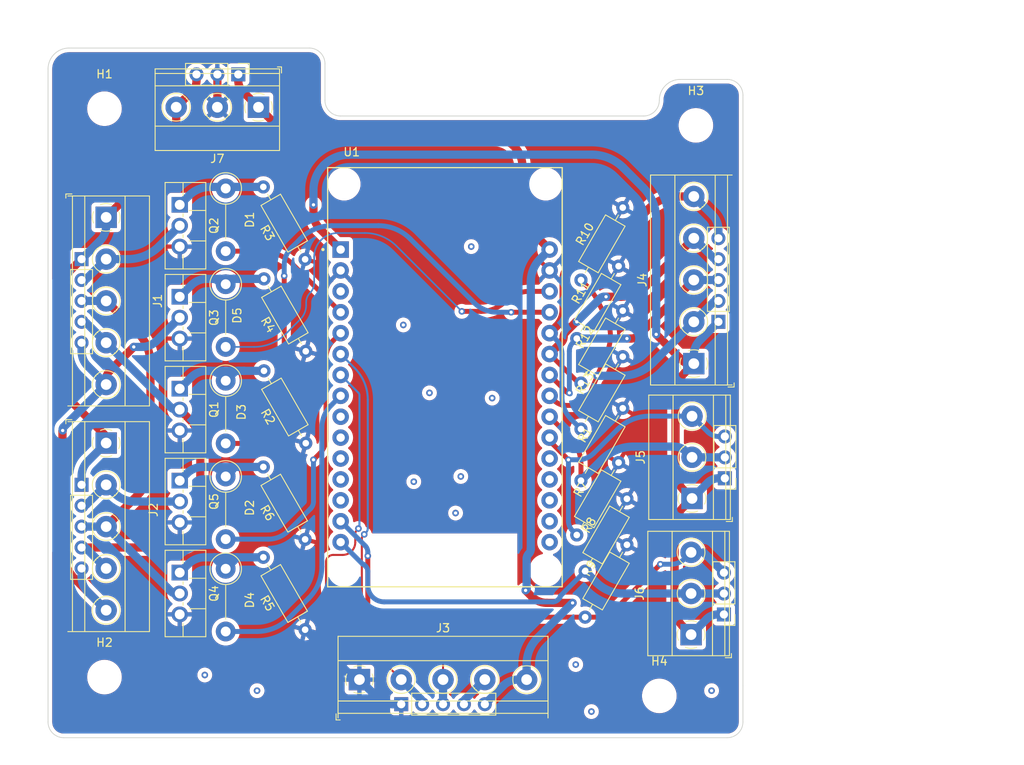
<source format=kicad_pcb>
(kicad_pcb (version 20211014) (generator pcbnew)
  (layers (0 "F.Cu" signal) (31 "B.Cu" signal) (34 "B.Paste" user) (35 "F.Paste" user) (36 "B.SilkS" user "B.Silkscreen") (37 "F.SilkS" user "F.Silkscreen") (38 "B.Mask" user) (39 "F.Mask" user) (44 "Edge.Cuts" user))
  (net 0 "")
  (net 1 "Net-(D1-Pad1)")
  (net 2 "/m_Red_1")
  (net 3 "Net-(D2-Pad1)")
  (net 4 "/m_Red_2")
  (net 5 "Net-(D3-Pad1)")
  (net 6 "/m_Green")
  (net 7 "Net-(D4-Pad1)")
  (net 8 "/m_Yellow")
  (net 9 "Net-(D5-Pad1)")
  (net 10 "/m_Horn")
  (net 11 "+12V")
  (net 12 "/s_Red_1")
  (net 13 "/s_Yellow")
  (net 14 "/s_Green")
  (net 15 "/s_Horn")
  (net 16 "/s_Red_2")
  (net 17 "GND")
  (net 18 "/Dis_Serial_Tx")
  (net 19 "/Dis_serial_Rx")
  (net 20 "unconnected-(J3-Pad4)")
  (net 21 "+5V")
  (net 22 "+3V3")
  (net 23 "/G_Start")
  (net 24 "/G_Pause")
  (net 25 "/G_End")
  (net 26 "/G_Reset")
  (net 27 "/T_B_Start")
  (net 28 "/T_B_End")
  (net 29 "/T_A_Start")
  (net 30 "/T_A_End")
  (footprint "Resistor_THT:R_Axial_DIN0411_L9.9mm_D3.6mm_P7.62mm_Vertical" (layer "F.Cu") (at 45.72 89.962 -90)
    (fp_text reference "D3")
    (fp_text value "gLED")
  )
  (footprint "Resistor_THT:R_Axial_DIN0207_L6.3mm_D2.5mm_P10.16mm_Horizontal" (layer "F.Cu") (at 55.452 86.382611 120)
    (fp_text reference "R4")
    (fp_text value "330")
  )
  (footprint "Resistor_THT:R_Axial_DIN0207_L6.3mm_D2.5mm_P10.16mm_Horizontal" (layer "F.Cu") (at 88.392 108.712 60)
    (fp_text reference "R7")
    (fp_text value "10k")
  )
  (footprint "Package_TO_SOT_THT:TO-220F-3_Vertical" (layer "F.Cu") (at 40.132 68.58 -90)
    (fp_text reference "Q2")
    (fp_text value "IRLIZ44N")
  )
  (footprint "Package_TO_SOT_THT:TO-220F-3_Vertical" (layer "F.Cu") (at 40.132 102.108 -90)
    (fp_text reference "Q5")
    (fp_text value "IRLIZ44N")
  )
  (footprint "Resistor_THT:R_Axial_DIN0207_L6.3mm_D2.5mm_P10.16mm_Horizontal" (layer "F.Cu") (at 88.392 84.836 60)
    (fp_text reference "R11")
    (fp_text value "10k")
  )
  (footprint "Resistor_THT:R_Axial_DIN0207_L6.3mm_D2.5mm_P10.16mm_Horizontal" (layer "F.Cu") (at 55.372 120.223409 120)
    (fp_text reference "R5")
    (fp_text value "330")
  )
  (footprint "Resistor_THT:R_Axial_DIN0411_L9.9mm_D3.6mm_P7.62mm_Vertical" (layer "F.Cu") (at 45.72 101.6 -90)
    (fp_text reference "D2")
    (fp_text value "rLED")
  )
  (footprint "MountingHole:MountingHole_3.2mm_M3" (layer "F.Cu") (at 98.425 128.27)
    (fp_text reference "H4")
    (fp_text value "MountingHole")
  )
  (footprint "footprints:5pin_5mmpitch_plus_2.54_combo" (layer "F.Cu") (at 31.191 70.104 -90)
    (fp_text reference "J1")
    (fp_text value "5Pin_5mm_plus_2.54_pin")
  )
  (footprint "footprints:3pin_5mmpitch_plus_2.54mm" (layer "F.Cu") (at 102.2849 120.824 90)
    (fp_text reference "J6")
    (fp_text value "3Pin_5mm_plus_2.54_pin")
  )
  (footprint "Resistor_THT:R_Axial_DIN0207_L6.3mm_D2.5mm_P10.16mm_Horizontal" (layer "F.Cu") (at 89.408 113.111409 60)
    (fp_text reference "R8")
    (fp_text value "10k")
  )
  (footprint "Resistor_THT:R_Axial_DIN0207_L6.3mm_D2.5mm_P10.16mm_Horizontal" (layer "F.Cu") (at 89.408 118.699409 60)
    (fp_text reference "R9")
    (fp_text value "10k")
  )
  (footprint "footprints:5pin_5mmpitch_plus_2.54_combo" (layer "F.Cu") (at 102.616 87.884 90)
    (fp_text reference "J4")
    (fp_text value "5Pin_5mm_plus_2.54_pin")
  )
  (footprint "footprints:5pin_5mmpitch_plus_2.54_combo" (layer "F.Cu") (at 31.191 97.536 -90)
    (fp_text reference "J2")
    (fp_text value "5Pin_5mm_plus_2.54_pin")
  )
  (footprint "Resistor_THT:R_Axial_DIN0207_L6.3mm_D2.5mm_P10.16mm_Horizontal" (layer "F.Cu") (at 88.9 102.108 60)
    (fp_text reference "R1")
    (fp_text value "10k")
  )
  (footprint "Resistor_THT:R_Axial_DIN0207_L6.3mm_D2.5mm_P10.16mm_Horizontal" (layer "F.Cu") (at 55.372 75.206611 120)
    (fp_text reference "R3")
    (fp_text value "330")
  )
  (footprint "Resistor_THT:R_Axial_DIN0207_L6.3mm_D2.5mm_P10.16mm_Horizontal" (layer "F.Cu") (at 88.9 77.724 60)
    (fp_text reference "R10")
    (fp_text value "10k")
  )
  (footprint "Package_TO_SOT_THT:TO-220F-3_Vertical" (layer "F.Cu") (at 40.132 90.932 -90)
    (fp_text reference "Q1")
    (fp_text value "IRLIZ44N")
  )
  (footprint "Package_TO_SOT_THT:TO-220F-3_Vertical" (layer "F.Cu") (at 40.132 113.284 -90)
    (fp_text reference "Q4")
    (fp_text value "IRLIZ44N")
  )
  (footprint "Resistor_THT:R_Axial_DIN0207_L6.3mm_D2.5mm_P10.16mm_Horizontal" (layer "F.Cu") (at 88.9 90.251409 60)
    (fp_text reference "R12")
    (fp_text value "10k")
  )
  (footprint "Resistor_THT:R_Axial_DIN0411_L9.9mm_D3.6mm_P7.62mm_Vertical" (layer "F.Cu") (at 45.72 78.232 -90)
    (fp_text reference "D5")
    (fp_text value "LED")
  )
  (footprint "MountingHole:MountingHole_3.2mm_M3" (layer "F.Cu") (at 30.988 125.984)
    (fp_text reference "H2")
    (fp_text value "MountingHole")
  )
  (footprint "Resistor_THT:R_Axial_DIN0207_L6.3mm_D2.5mm_P10.16mm_Horizontal" (layer "F.Cu") (at 55.372 109.242611 120)
    (fp_text reference "R6")
    (fp_text value "330")
  )
  (footprint "Package_TO_SOT_THT:TO-220F-3_Vertical" (layer "F.Cu") (at 40.132 79.756 -90)
    (fp_text reference "Q3")
    (fp_text value "IRLIZ44N")
  )
  (footprint "Resistor_THT:R_Axial_DIN0207_L6.3mm_D2.5mm_P10.16mm_Horizontal" (layer "F.Cu") (at 88.9 95.839409 60)
    (fp_text reference "R13")
    (fp_text value "10k")
  )
  (footprint "footprints:3pin_5mmpitch_plus_2.54mm" (layer "F.Cu") (at 49.704 56.7191 180)
    (fp_text reference "J7")
    (fp_text value "3Pin_5mm_plus_2.54_pin")
  )
  (footprint "Resistor_THT:R_Axial_DIN0411_L9.9mm_D3.6mm_P7.62mm_Vertical" (layer "F.Cu") (at 45.72 112.822 -90)
    (fp_text reference "D4")
    (fp_text value "yLED")
  )
  (footprint "MountingHole:MountingHole_3.2mm_M3" (layer "F.Cu") (at 102.87 58.928)
    (fp_text reference "H3")
    (fp_text value "MountingHole")
  )
  (footprint "Resistor_THT:R_Axial_DIN0207_L6.3mm_D2.5mm_P10.16mm_Horizontal" (layer "F.Cu") (at 55.452 97.558611 120)
    (fp_text reference "R2")
    (fp_text value "330")
  )
  (footprint "MountingHole:MountingHole_3.2mm_M3" (layer "F.Cu") (at 30.988 56.896)
    (fp_text reference "H1")
    (fp_text value "MountingHole")
  )
  (footprint "footprints:5pin_5mmpitch_plus_2.54_combo" (layer "F.Cu") (at 61.976 126.289)
    (fp_text reference "J3")
    (fp_text value "5Pin_5mm_plus_2.54_pin")
  )
  (footprint "footprints:3pin_5mmpitch_plus_2.54mm" (layer "F.Cu") (at 102.3987 104.2707 90)
    (fp_text reference "J5")
    (fp_text value "3Pin_5mm_plus_2.54_pin")
  )
  (footprint "Resistor_THT:R_Axial_DIN0411_L9.9mm_D3.6mm_P7.62mm_Vertical" (layer "F.Cu") (at 45.72 66.594 -90)
    (fp_text reference "D1")
    (fp_text value "rLED")
  )
  (footprint "ESP32DK1:MODULE_ESP32_DEVKIT_V1" (layer "F.Cu") (at 72.39 89.535)
    (fp_text reference "U1")
    (fp_text value "ESP32-DEVKIT-V1")
  )
  (gr_line (start 59.69 57.785) (end 96.52 57.785) (layer "Edge.Cuts") (width 0.1))
  (gr_line (start 108.585 127) (end 108.585 131.445) (layer "Edge.Cuts") (width 0.1))
  (gr_arc (start 108.585 131.445) (mid 108.027038 132.792038) (end 106.68 133.35) (layer "Edge.Cuts") (width 0.1))
  (gr_arc (start 98.425 55.88) (mid 99.168949 54.083949) (end 100.965 53.34) (layer "Edge.Cuts") (width 0.1))
  (gr_arc (start 55.88 49.53) (mid 57.227038 50.087962) (end 57.785 51.435) (layer "Edge.Cuts") (width 0.1))
  (gr_line (start 106.68 133.35) (end 26.035 133.35) (layer "Edge.Cuts") (width 0.1))
  (gr_line (start 26.67 49.53) (end 55.88 49.53) (layer "Edge.Cuts") (width 0.1))
  (gr_arc (start 24.13 52.07) (mid 24.873949 50.273949) (end 26.67 49.53) (layer "Edge.Cuts") (width 0.1))
  (gr_line (start 57.785 51.435) (end 57.785 55.88) (layer "Edge.Cuts") (width 0.1))
  (gr_line (start 24.13 131.445) (end 24.13 52.07) (layer "Edge.Cuts") (width 0.1))
  (gr_arc (start 106.68 53.34) (mid 108.027038 53.897962) (end 108.585 55.245) (layer "Edge.Cuts") (width 0.1))
  (gr_line (start 108.585 55.245) (end 108.585 127) (layer "Edge.Cuts") (width 0.1))
  (gr_arc (start 26.035 133.35) (mid 24.687962 132.792038) (end 24.13 131.445) (layer "Edge.Cuts") (width 0.1))
  (gr_arc (start 59.69 57.785) (mid 58.342962 57.227038) (end 57.785 55.88) (layer "Edge.Cuts") (width 0.1))
  (gr_line (start 100.965 53.34) (end 106.68 53.34) (layer "Edge.Cuts") (width 0.1))
  (gr_arc (start 98.425 55.88) (mid 97.867038 57.227038) (end 96.52 57.785) (layer "Edge.Cuts") (width 0.1))
  (via (at 78.105 92.075) (size 0.8) (drill 0.4) (layers "F.Cu" "B.Cu") (net 0))
  (via (at 43.18 125.73) (size 0.8) (drill 0.4) (layers "F.Cu" "B.Cu") (net 0))
  (via (at 68.58 102.235) (size 0.8) (drill 0.4) (layers "F.Cu" "B.Cu") (net 0))
  (via (at 70.485 91.44) (size 0.8) (drill 0.4) (layers "F.Cu" "B.Cu") (net 0))
  (via (at 90.17 130.175) (size 0.8) (drill 0.4) (layers "F.Cu" "B.Cu") (net 0))
  (via (at 49.53 127.635) (size 0.8) (drill 0.4) (layers "F.Cu" "B.Cu") (net 0))
  (via (at 88.265 124.46) (size 0.8) (drill 0.4) (layers "F.Cu" "B.Cu") (net 0))
  (via (at 67.31 83.185) (size 0.8) (drill 0.4) (layers "F.Cu" "B.Cu") (net 0))
  (via (at 74.295 101.6) (size 0.8) (drill 0.4) (layers "F.Cu" "B.Cu") (net 0))
  (via (at 75.565 73.66) (size 0.8) (drill 0.4) (layers "F.Cu" "B.Cu") (net 0))
  (via (at 104.775 127.635) (size 0.8) (drill 0.4) (layers "F.Cu" "B.Cu") (net 0))
  (via (at 73.66 106.045) (size 0.8) (drill 0.4) (layers "F.Cu" "B.Cu") (net 0))
  (segment (start 46.464124 66.407793) (end 45.483875 66.407793) (width 1) (layer "B.Cu") (net 1))
  (segment (start 41.226576 67.485423) (end 40.132 68.58) (width 1) (layer "B.Cu") (net 1))
  (segment (start 45.810793 66.594) (end 46.277917 66.594) (width 1) (layer "B.Cu") (net 1))
  (segment (start 45.474213 66.529799) (end 45.44531 66.500896) (width 1) (layer "B.Cu") (net 1))
  (segment (start 45.810793 66.594) (end 45.629207 66.594) (width 1) (layer "B.Cu") (net 1))
  (segment (start 43.828207 66.407793) (end 45.220538 66.407793) (width 1) (layer "B.Cu") (net 1))
  (segment (start 45.220538 66.407793) (end 45.483875 66.407793) (width 1) (layer "B.Cu") (net 1))
  (segment (start 46.727461 66.407793) (end 50.292 66.407793) (width 1) (layer "B.Cu") (net 1))
  (segment (start 46.464124 66.407793) (end 46.727461 66.407793) (width 1) (layer "B.Cu") (net 1))
  (arc (start 46.502689 66.500896) (mid 46.399563 66.569803) (end 46.277917 66.594) (width 1) (layer "B.Cu") (net 1))
  (arc (start 45.44531 66.500896) (mid 45.342184 66.431989) (end 45.220538 66.407793) (width 1) (layer "B.Cu") (net 1))
  (arc (start 46.727461 66.407793) (mid 46.605815 66.431989) (end 46.502689 66.500896) (width 1) (layer "B.Cu") (net 1))
  (arc (start 45.474213 66.529799) (mid 45.545325 66.577314) (end 45.629207 66.594) (width 1) (layer "B.Cu") (net 1))
  (arc (start 45.483875 66.407793) (mid 45.433487 66.44146) (end 45.44531 66.500896) (width 1) (layer "B.Cu") (net 1))
  (arc (start 46.502689 66.500896) (mid 46.514511 66.44146) (end 46.464124 66.407793) (width 1) (layer "B.Cu") (net 1))
  (arc (start 43.828207 66.407793) (mid 42.420214 66.687859) (end 41.226576 67.485423) (width 1) (layer "B.Cu") (net 1))
  (segment (start 53.857792 75.807792) (end 59.69 81.64) (width 0.6) (layer "F.Cu") (net 2))
  (segment (start 50.010036 74.214) (end 45.72 74.214) (width 0.6) (layer "F.Cu") (net 2))
  (arc (start 53.857792 75.807792) (mid 52.092426 74.628213) (end 50.010036 74.214) (width 0.6) (layer "F.Cu") (net 2))
  (segment (start 43.801793 100.443793) (end 44.309793 100.443793) (width 1) (layer "B.Cu") (net 3))
  (segment (start 46.157896 101.162103) (end 46.496651 100.823348) (width 1) (layer "B.Cu") (net 3))
  (segment (start 45.282103 101.162103) (end 44.743398 100.623398) (width 1) (layer "B.Cu") (net 3))
  (segment (start 46.736 100.443793) (end 50.292 100.443793) (width 1) (layer "B.Cu") (net 3))
  (segment (start 40.997322 101.242677) (end 40.132 102.108) (width 1) (layer "B.Cu") (net 3))
  (segment (start 44.309793 100.443793) (end 46.455586 100.443793) (width 1) (layer "B.Cu") (net 3))
  (segment (start 42.926 100.443793) (end 43.801793 100.443793) (width 1) (layer "B.Cu") (net 3))
  (segment (start 44.309793 100.443793) (end 43.801793 100.443793) (width 1) (layer "B.Cu") (net 3))
  (segment (start 46.455586 100.443793) (end 46.736 100.443793) (width 1) (layer "B.Cu") (net 3))
  (arc (start 44.309793 100.443793) (mid 44.309793 100.443793) (end 44.309793 100.443793) (width 1) (layer "B.Cu") (net 3))
  (arc (start 44.743398 100.623398) (mid 44.544458 100.49047) (end 44.309793 100.443793) (width 1) (layer "B.Cu") (net 3))
  (arc (start 42.926 100.443793) (mid 41.882207 100.651416) (end 40.997322 101.242677) (width 1) (layer "B.Cu") (net 3))
  (arc (start 46.736 100.443793) (mid 46.636858 100.484858) (end 46.595793 100.584) (width 1) (layer "B.Cu") (net 3))
  (arc (start 46.595793 100.584) (mid 46.554727 100.484858) (end 46.455586 100.443793) (width 1) (layer "B.Cu") (net 3))
  (arc (start 46.595793 100.584) (mid 46.570026 100.713534) (end 46.496651 100.823348) (width 1) (layer "B.Cu") (net 3))
  (arc (start 45.282103 101.162103) (mid 45.719999 101.343485) (end 46.157896 101.162103) (width 1) (layer "B.Cu") (net 3))
  (segment (start 58.801 85.069) (end 59.69 84.18) (width 0.6) (layer "F.Cu") (net 4))
  (segment (start 57.912 96.966369) (end 57.912 87.215235) (width 0.6) (layer "F.Cu") (net 4))
  (segment (start 57.15 98.806) (end 56.388 99.568) (width 0.6) (layer "F.Cu") (net 4))
  (via (at 56.388 99.568) (size 0.8) (drill 0.4) (layers "F.Cu" "B.Cu") (net 4))
  (arc (start 57.912 96.966369) (mid 57.713962 97.96197) (end 57.15 98.806) (width 0.6) (layer "F.Cu") (net 4))
  (arc (start 58.801 85.069) (mid 58.143043 86.053701) (end 57.912 87.215235) (width 0.6) (layer "F.Cu") (net 4))
  (segment (start 56.388 99.568) (end 56.388 103.632) (width 0.6) (layer "B.Cu") (net 4))
  (segment (start 56.028789 105.51521) (end 55.372 106.172) (width 0.6) (layer "B.Cu") (net 4))
  (segment (start 56.388 103.632) (end 56.388 104.648) (width 0.6) (layer "B.Cu") (net 4))
  (segment (start 55.372 106.172) (end 53.34 108.204) (width 0.6) (layer "B.Cu") (net 4))
  (segment (start 50.887159 109.22) (end 45.72 109.22) (width 0.6) (layer "B.Cu") (net 4))
  (arc (start 53.34 108.204) (mid 52.214626 108.95595) (end 50.887159 109.22) (width 0.6) (layer "B.Cu") (net 4))
  (arc (start 56.388 104.648) (mid 56.294644 105.11733) (end 56.028789 105.51521) (width 0.6) (layer "B.Cu") (net 4))
  (segment (start 43.746231 88.759793) (end 45.381354 88.759793) (width 1) (layer "B.Cu") (net 5))
  (segment (start 47.956586 88.759793) (end 50.372 88.759793) (width 1) (layer "B.Cu") (net 5))
  (segment (start 45.703736 89.899736) (end 45.141896 89.337896) (width 1) (layer "B.Cu") (net 5))
  (segment (start 45.736263 89.945736) (end 46.678401 89.003598) (width 1) (layer "B.Cu") (net 5))
  (segment (start 41.505322 89.558677) (end 40.132 90.932) (width 1) (layer "B.Cu") (net 5))
  (segment (start 43.434 88.759793) (end 43.746231 88.759793) (width 1) (layer "B.Cu") (net 5))
  (segment (start 47.956586 88.759793) (end 47.267 88.759793) (width 1) (layer "B.Cu") (net 5))
  (segment (start 47.267 88.759793) (end 47.956586 88.759793) (width 1) (layer "B.Cu") (net 5))
  (segment (start 47.267 88.759793) (end 45.381354 88.759793) (width 1) (layer "B.Cu") (net 5))
  (arc (start 47.267 88.759793) (mid 46.948452 88.823155) (end 46.678401 89.003598) (width 1) (layer "B.Cu") (net 5))
  (arc (start 45.381354 88.759793) (mid 45.068486 88.968844) (end 45.141896 89.337896) (width 1) (layer "B.Cu") (net 5))
  (arc (start 45.141896 89.337896) (mid 44.501559 88.910037) (end 43.746231 88.759793) (width 1) (layer "B.Cu") (net 5))
  (arc (start 43.434 88.759793) (mid 42.390207 88.967416) (end 41.505322 89.558677) (width 1) (layer "B.Cu") (net 5))
  (arc (start 47.267 88.759793) (mid 47.267 88.759793) (end 47.267 88.759793) (width 1) (layer "B.Cu") (net 5))
  (arc (start 45.72 89.939) (mid 45.72588 89.947801) (end 45.736263 89.945736) (width 1) (layer "B.Cu") (net 5))
  (arc (start 45.703736 89.899736) (mid 45.715773 89.91775) (end 45.72 89.939) (width 1) (layer "B.Cu") (net 5))
  (segment (start 52.832 77.216) (end 52.832 95.769052) (width 0.6) (layer "F.Cu") (net 6))
  (segment (start 51.019052 97.582) (end 45.72 97.582) (width 0.6) (layer "F.Cu") (net 6))
  (segment (start 80.412 81.64) (end 85.09 81.64) (width 0.6) (layer "F.Cu") (net 6))
  (via (at 52.832 77.216) (size 0.8) (drill 0.4) (layers "F.Cu" "B.Cu") (net 6))
  (via (at 80.412 81.64) (size 0.8) (drill 0.4) (layers "F.Cu" "B.Cu") (net 6))
  (arc (start 52.832 95.769052) (mid 52.693997 96.462837) (end 52.301 97.051) (width 0.6) (layer "F.Cu") (net 6))
  (arc (start 52.301 97.051) (mid 51.712837 97.443997) (end 51.019052 97.582) (width 0.6) (layer "F.Cu") (net 6))
  (segment (start 52.832 77.216) (end 52.832 75.946) (width 0.6) (layer "B.Cu") (net 6))
  (segment (start 75.885717 80.457717) (end 68.141792 72.713792) (width 0.6) (layer "B.Cu") (net 6))
  (segment (start 78.74 81.64) (end 80.412 81.64) (width 0.6) (layer "B.Cu") (net 6))
  (segment (start 53.730025 73.777974) (end 54.794207 72.713792) (width 0.6) (layer "B.Cu") (net 6))
  (segment (start 58.641963 71.12) (end 64.294036 71.12) (width 0.6) (layer "B.Cu") (net 6))
  (arc (start 53.730025 73.777974) (mid 53.065389 74.772672) (end 52.832 75.946) (width 0.6) (layer "B.Cu") (net 6))
  (arc (start 75.885717 80.457717) (mid 77.195273 81.332734) (end 78.74 81.64) (width 0.6) (layer "B.Cu") (net 6))
  (arc (start 68.141792 72.713792) (mid 66.376426 71.534213) (end 64.294036 71.12) (width 0.6) (layer "B.Cu") (net 6))
  (arc (start 58.641963 71.12) (mid 56.559572 71.534213) (end 54.794207 72.713792) (width 0.6) (layer "B.Cu") (net 6))
  (segment (start 45.72 112.822) (end 44.384854 111.486854) (width 1) (layer "B.Cu") (net 7))
  (segment (start 41.150948 112.265051) (end 40.132 113.284) (width 1) (layer "B.Cu") (net 7))
  (segment (start 44.391591 111.424591) (end 47.048409 111.424591) (width 1) (layer "B.Cu") (net 7))
  (segment (start 47.048409 111.424591) (end 47.094409 111.424591) (width 1) (layer "B.Cu") (net 7))
  (segment (start 44.345591 111.424591) (end 43.18 111.424591) (width 1) (layer "B.Cu") (net 7))
  (segment (start 44.345591 111.424591) (end 44.391591 111.424591) (width 1) (layer "B.Cu") (net 7))
  (segment (start 47.055145 111.486854) (end 45.72 112.822) (width 1) (layer "B.Cu") (net 7))
  (segment (start 47.094409 111.424591) (end 50.292 111.424591) (width 1) (layer "B.Cu") (net 7))
  (arc (start 47.071409 111.447591) (mid 47.064672 111.431327) (end 47.048409 111.424591) (width 1) (layer "B.Cu") (net 7))
  (arc (start 43.18 111.424591) (mid 42.081885 111.643019) (end 41.150948 112.265051) (width 1) (layer "B.Cu") (net 7))
  (arc (start 47.094409 111.424591) (mid 47.078145 111.431327) (end 47.071409 111.447591) (width 1) (layer "B.Cu") (net 7))
  (arc (start 44.391591 111.424591) (mid 44.375327 111.431327) (end 44.368591 111.447591) (width 1) (layer "B.Cu") (net 7))
  (arc (start 44.368591 111.447591) (mid 44.372817 111.46884) (end 44.384854 111.486854) (width 1) (layer "B.Cu") (net 7))
  (arc (start 44.368591 111.447591) (mid 44.361854 111.431327) (end 44.345591 111.424591) (width 1) (layer "B.Cu") (net 7))
  (arc (start 47.071409 111.447591) (mid 47.067182 111.46884) (end 47.055145 111.486854) (width 1) (layer "B.Cu") (net 7))
  (segment (start 58.547 92.943) (end 59.69 91.8) (width 0.6) (layer "B.Cu") (net 8))
  (segment (start 53.363792 118.848207) (end 55.810207 116.401792) (width 0.6) (layer "B.Cu") (net 8))
  (segment (start 57.404 95.702446) (end 57.404 112.554036) (width 0.6) (layer "B.Cu") (net 8))
  (segment (start 49.516036 120.442) (end 45.72 120.442) (width 0.6) (layer "B.Cu") (net 8))
  (arc (start 57.404 112.554036) (mid 56.989786 114.636426) (end 55.810207 116.401792) (width 0.6) (layer "B.Cu") (net 8))
  (arc (start 58.547 92.943) (mid 57.701056 94.209044) (end 57.404 95.702446) (width 0.6) (layer "B.Cu") (net 8))
  (arc (start 53.363792 118.848207) (mid 51.598426 120.027786) (end 49.516036 120.442) (width 0.6) (layer "B.Cu") (net 8))
  (segment (start 46.108137 77.843861) (end 45.899605 78.052394) (width 1) (layer "B.Cu") (net 9))
  (segment (start 45.022144 77.583793) (end 46.736 77.583793) (width 1) (layer "B.Cu") (net 9))
  (segment (start 41.505322 78.382677) (end 40.132 79.756) (width 1) (layer "B.Cu") (net 9))
  (segment (start 44.887896 77.907896) (end 45.032394 78.052394) (width 1) (layer "B.Cu") (net 9))
  (segment (start 47.471586 77.583793) (end 50.372 77.583793) (width 1) (layer "B.Cu") (net 9))
  (segment (start 44.105441 77.583793) (end 45.022144 77.583793) (width 1) (layer "B.Cu") (net 9))
  (segment (start 44.105441 77.583793) (end 43.434 77.583793) (width 1) (layer "B.Cu") (net 9))
  (segment (start 46.736 77.583793) (end 47.471586 77.583793) (width 1) (layer "B.Cu") (net 9))
  (segment (start 47.471586 77.583793) (end 46.736 77.583793) (width 1) (layer "B.Cu") (net 9))
  (arc (start 44.887896 77.907896) (mid 44.528902 77.668024) (end 44.105441 77.583793) (width 1) (layer "B.Cu") (net 9))
  (arc (start 46.736 77.583793) (mid 46.736 77.583793) (end 46.736 77.583793) (width 1) (layer "B.Cu") (net 9))
  (arc (start 46.736 77.583793) (mid 46.396203 77.651382) (end 46.108137 77.843861) (width 1) (layer "B.Cu") (net 9))
  (arc (start 45.899605 78.052394) (mid 45.700665 78.185321) (end 45.466 78.232) (width 1) (layer "B.Cu") (net 9))
  (arc (start 43.434 77.583793) (mid 42.390207 77.791416) (end 41.505322 78.382677) (width 1) (layer "B.Cu") (net 9))
  (arc (start 45.022144 77.583793) (mid 44.84674 77.700993) (end 44.887896 77.907896) (width 1) (layer "B.Cu") (net 9))
  (arc (start 45.032394 78.052394) (mid 45.231334 78.185321) (end 45.466 78.232) (width 1) (layer "B.Cu") (net 9))
  (segment (start 82.641097 79.1) (end 85.09 79.1) (width 0.6) (layer "F.Cu") (net 10))
  (segment (start 74.422 81.534) (end 76.764902 81.534) (width 0.6) (layer "F.Cu") (net 10))
  (via (at 74.422 81.534) (size 0.8) (drill 0.4) (layers "F.Cu" "B.Cu") (net 10))
  (arc (start 79.703 80.317) (mid 78.354989 81.217712) (end 76.764902 81.534) (width 0.6) (layer "F.Cu") (net 10))
  (arc (start 82.641097 79.1) (mid 81.05101 79.416287) (end 79.703 80.317) (width 0.6) (layer "F.Cu") (net 10))
  (segment (start 56.472 78.094985) (end 56.472 74.900838) (width 0.2) (layer "B.Cu") (net 10))
  (segment (start 53.028792 84.258206) (end 54.780579 82.50642) (width 0.2) (layer "B.Cu") (net 10))
  (segment (start 74.422 81.534) (end 66.490792 73.602792) (width 0.2) (layer "B.Cu") (net 10))
  (segment (start 59.363838 72.009) (end 62.643036 72.009) (width 0.2) (layer "B.Cu") (net 10))
  (segment (start 49.181036 85.852) (end 45.72 85.852) (width 0.2) (layer "B.Cu") (net 10))
  (segment (start 55.499 80.444014) (end 55.499 80.772) (width 0.2) (layer "B.Cu") (net 10))
  (arc (start 57.319 72.856) (mid 56.692128 73.794179) (end 56.472 74.900838) (width 0.2) (layer "B.Cu") (net 10))
  (arc (start 55.499 80.772) (mid 55.312288 81.710661) (end 54.780579 82.50642) (width 0.2) (layer "B.Cu") (net 10))
  (arc (start 55.9855 79.2695) (mid 55.625437 79.808371) (end 55.499 80.444014) (width 0.2) (layer "B.Cu") (net 10))
  (arc (start 66.490792 73.602792) (mid 64.725426 72.423213) (end 62.643036 72.009) (width 0.2) (layer "B.Cu") (net 10))
  (arc (start 59.363838 72.009) (mid 58.257179 72.229128) (end 57.319 72.856) (width 0.2) (layer "B.Cu") (net 10))
  (arc (start 56.472 78.094985) (mid 56.345562 78.730627) (end 55.9855 79.2695) (width 0.2) (layer "B.Cu") (net 10))
  (arc (start 53.028792 84.258206) (mid 51.263426 85.437786) (end 49.181036 85.852) (width 0.2) (layer "B.Cu") (net 10))
  (segment (start 30.903561 96.435561) (end 26.993792 92.525792) (width 1) (layer "F.Cu") (net 11))
  (segment (start 26.8015 76.5855) (end 28.203 75.184) (width 1) (layer "F.Cu") (net 11))
  (segment (start 38.110207 63.184792) (end 31.191 70.104) (width 1) (layer "F.Cu") (net 11))
  (segment (start 39.704 56.7191) (end 41.631572 54.791527) (width 1) (layer "F.Cu") (net 11))
  (segment (start 39.704 56.7191) (end 39.704 59.337036) (width 1) (layer "F.Cu") (net 11))
  (segment (start 25.4 88.678036) (end 25.4 79.96902) (width 1) (layer "F.Cu") (net 11))
  (segment (start 31.191 97.1295) (end 31.191 97.536) (width 1) (layer "F.Cu") (net 11))
  (segment (start 42.1706 53.4902) (end 42.1706 52.7279) (width 1) (layer "F.Cu") (net 11))
  (arc (start 30.903561 96.435561) (mid 31.116297 96.753942) (end 31.191 97.1295) (width 1) (layer "F.Cu") (net 11))
  (arc (start 42.1706 53.4902) (mid 42.030511 54.194473) (end 41.631572 54.791527) (width 1) (layer "F.Cu") (net 11))
  (arc (start 39.704 59.337036) (mid 39.289786 61.419426) (end 38.110207 63.184792) (width 1) (layer "F.Cu") (net 11))
  (arc (start 26.8015 76.5855) (mid 25.764237 78.137872) (end 25.4 79.96902) (width 1) (layer "F.Cu") (net 11))
  (arc (start 25.4 88.678036) (mid 25.814213 90.760426) (end 26.993792 92.525792) (width 1) (layer "F.Cu") (net 11))
  (segment (start 28.203 101.57) (end 28.203 102.616) (width 1) (layer "B.Cu") (net 11))
  (segment (start 30.451366 72.935633) (end 28.203 75.184) (width 1) (layer "B.Cu") (net 11))
  (segment (start 28.942633 99.784366) (end 31.191 97.536) (width 1) (layer "B.Cu") (net 11))
  (segment (start 31.191 71.15) (end 31.191 70.104) (width 1) (layer "B.Cu") (net 11))
  (arc (start 28.942633 99.784366) (mid 28.395224 100.603621) (end 28.203 101.57) (width 1) (layer "B.Cu") (net 11))
  (arc (start 31.191 71.15) (mid 30.998775 72.116377) (end 30.451366 72.935633) (width 1) (layer "B.Cu") (net 11))
  (segment (start 37.661792 73.590207) (end 40.132 71.12) (width 1) (layer "B.Cu") (net 12))
  (segment (start 28.809391 77.565608) (end 31.191 75.184) (width 1) (layer "B.Cu") (net 12))
  (segment (start 33.814036 75.184) (end 31.191 75.184) (width 1) (layer "B.Cu") (net 12))
  (segment (start 28.427 77.724) (end 28.203 77.724) (width 1) (layer "B.Cu") (net 12))
  (arc (start 37.661792 73.590207) (mid 35.896426 74.769786) (end 33.814036 75.184) (width 1) (layer "B.Cu") (net 12))
  (arc (start 28.809391 77.565608) (mid 28.633948 77.682835) (end 28.427 77.724) (width 1) (layer "B.Cu") (net 12))
  (segment (start 34.982207 84.055207) (end 31.191 80.264) (width 1) (layer "F.Cu") (net 13))
  (segment (start 36.576 100.057036) (end 36.576 87.902963) (width 1) (layer "F.Cu") (net 13))
  (segment (start 34.982207 103.904792) (end 31.191 107.696) (width 1) (layer "F.Cu") (net 13))
  (arc (start 36.576 100.057036) (mid 36.161786 102.139426) (end 34.982207 103.904792) (width 1) (layer "F.Cu") (net 13))
  (arc (start 34.982207 84.055207) (mid 36.161786 85.820572) (end 36.576 87.902963) (width 1) (layer "F.Cu") (net 13))
  (segment (start 31.191 107.696) (end 28.203 107.696) (width 1) (layer "B.Cu") (net 13))
  (segment (start 39.7255 115.824) (end 40.132 115.824) (width 1) (layer "B.Cu") (net 13))
  (segment (start 31.191 107.696) (end 39.031561 115.536561) (width 1) (layer "B.Cu") (net 13))
  (segment (start 31.191 80.264) (end 28.203 80.264) (width 1) (layer "B.Cu") (net 13))
  (arc (start 39.031561 115.536561) (mid 39.349942 115.749297) (end 39.7255 115.824) (width 1) (layer "B.Cu") (net 13))
  (segment (start 39.772422 110.236) (end 28.203 110.236) (width 1) (layer "F.Cu") (net 14))
  (segment (start 42.636946 97.74821) (end 42.636946 107.371476) (width 1) (layer "F.Cu") (net 14))
  (segment (start 41.384473 94.724473) (end 40.132 93.472) (width 1) (layer "F.Cu") (net 14))
  (arc (start 41.384473 94.724473) (mid 42.311438 96.111775) (end 42.636946 97.74821) (width 1) (layer "F.Cu") (net 14))
  (arc (start 42.636946 107.371476) (mid 42.418897 108.467681) (end 41.797946 109.397) (width 1) (layer "F.Cu") (net 14))
  (arc (start 41.797946 109.397) (mid 40.868627 110.01795) (end 39.772422 110.236) (width 1) (layer "F.Cu") (net 14))
  (segment (start 28.809391 110.394391) (end 31.191 112.776) (width 1) (layer "B.Cu") (net 14))
  (segment (start 31.191 85.344) (end 28.809391 82.962391) (width 1) (layer "B.Cu") (net 14))
  (segment (start 28.427 82.804) (end 28.203 82.804) (width 1) (layer "B.Cu") (net 14))
  (segment (start 31.191 85.344) (end 39.031561 93.184561) (width 1) (layer "B.Cu") (net 14))
  (segment (start 28.427 110.236) (end 28.203 110.236) (width 1) (layer "B.Cu") (net 14))
  (segment (start 39.7255 93.472) (end 40.132 93.472) (width 1) (layer "B.Cu") (net 14))
  (arc (start 28.809391 110.394391) (mid 28.633948 110.277164) (end 28.427 110.236) (width 1) (layer "B.Cu") (net 14))
  (arc (start 39.031561 93.184561) (mid 39.349942 93.397297) (end 39.7255 93.472) (width 1) (layer "B.Cu") (net 14))
  (arc (start 28.809391 82.962391) (mid 28.633948 82.845164) (end 28.427 82.804) (width 1) (layer "B.Cu") (net 14))
  (segment (start 25.880897 96.058267) (end 25.880897 110.291933) (width 1) (layer "F.Cu") (net 15))
  (segment (start 31.191 89.8145) (end 31.191 90.424) (width 1) (layer "F.Cu") (net 15))
  (segment (start 34.544 85.852) (end 31.621981 88.774018) (width 1) (layer "F.Cu") (net 15))
  (segment (start 27.474689 114.139689) (end 31.191 117.856) (width 1) (layer "F.Cu") (net 15))
  (segment (start 25.908 96.012) (end 25.894448 96.025551) (width 1) (layer "F.Cu") (net 15))
  (via (at 34.544 85.852) (size 0.8) (drill 0.4) (layers "F.Cu" "B.Cu") (net 15))
  (via (at 25.908 96.012) (size 0.8) (drill 0.4) (layers "F.Cu" "B.Cu") (net 15))
  (arc (start 31.621981 88.774018) (mid 31.303008 89.251395) (end 31.191 89.8145) (width 1) (layer "F.Cu") (net 15))
  (arc (start 25.894448 96.025551) (mid 25.884418 96.040561) (end 25.880897 96.058267) (width 1) (layer "F.Cu") (net 15))
  (arc (start 25.880897 110.291933) (mid 26.29511 112.374323) (end 27.474689 114.139689) (width 1) (layer "F.Cu") (net 15))
  (segment (start 28.203 86.39) (end 28.203 85.344) (width 1) (layer "B.Cu") (net 15))
  (segment (start 28.942633 115.607633) (end 31.191 117.856) (width 1) (layer "B.Cu") (net 15))
  (segment (start 37.29442 85.133579) (end 40.132 82.296) (width 1) (layer "B.Cu") (net 15))
  (segment (start 25.908 96.012) (end 25.908 95.8595) (width 1) (layer "B.Cu") (net 15))
  (segment (start 31.191 90.424) (end 28.942633 88.175633) (width 1) (layer "B.Cu") (net 15))
  (segment (start 28.203 113.822) (end 28.203 112.776) (width 1) (layer "B.Cu") (net 15))
  (segment (start 34.544 85.852) (end 35.56 85.852) (width 1) (layer "B.Cu") (net 15))
  (segment (start 31.191 90.424) (end 26.015833 95.599166) (width 1) (layer "B.Cu") (net 15))
  (arc (start 37.29442 85.133579) (mid 36.498661 85.665288) (end 35.56 85.852) (width 1) (layer "B.Cu") (net 15))
  (arc (start 28.203 113.822) (mid 28.395224 114.788377) (end 28.942633 115.607633) (width 1) (layer "B.Cu") (net 15))
  (arc (start 28.203 86.39) (mid 28.395224 87.356377) (end 28.942633 88.175633) (width 1) (layer "B.Cu") (net 15))
  (arc (start 26.015833 95.599166) (mid 25.936024 95.718608) (end 25.908 95.8595) (width 1) (layer "B.Cu") (net 15))
  (segment (start 34.65984 104.648) (end 40.132 104.648) (width 1) (layer "B.Cu") (net 16))
  (segment (start 28.427 105.156) (end 28.203 105.156) (width 1) (layer "B.Cu") (net 16))
  (segment (start 30.174999 103.631999) (end 28.809391 104.997608) (width 1) (layer "B.Cu") (net 16))
  (arc (start 28.809391 104.997608) (mid 28.633948 105.114835) (end 28.427 105.156) (width 1) (layer "B.Cu") (net 16))
  (arc (start 32.207 103.632) (mid 33.332372 104.38395) (end 34.65984 104.648) (width 1) (layer "B.Cu") (net 16))
  (arc (start 32.207 103.632) (mid 31.190999 103.211158) (end 30.174999 103.631999) (width 1) (layer "B.Cu") (net 16))
  (segment (start 44.7073 56.7158) (end 44.704 56.7191) (width 1) (layer "F.Cu") (net 17))
  (segment (start 44.7106 56.707833) (end 44.7106 52.7279) (width 1) (layer "F.Cu") (net 17))
  (arc (start 44.7106 56.707833) (mid 44.709742 56.712144) (end 44.7073 56.7158) (width 1) (layer "F.Cu") (net 17))
  (segment (start 62.166356 126.479356) (end 64.224366 128.537366) (width 1) (layer "B.Cu") (net 17))
  (segment (start 61.247234 126.098643) (end 55.372 120.223409) (width 1) (layer "B.Cu") (net 17))
  (segment (start 66.01 129.277) (end 67.056 129.277) (width 1) (layer "B.Cu") (net 17))
  (arc (start 61.247234 126.098643) (mid 61.458082 126.239527) (end 61.706795 126.289) (width 1) (layer "B.Cu") (net 17))
  (arc (start 64.224366 128.537366) (mid 65.043621 129.084775) (end 66.01 129.277) (width 1) (layer "B.Cu") (net 17))
  (arc (start 62.166356 126.479356) (mid 61.955507 126.338471) (end 61.706795 126.289) (width 1) (layer "B.Cu") (net 17))
  (segment (start 58.77921 111.134999) (end 59.933312 111.134999) (width 0.25) (layer "F.Cu") (net 18))
  (segment (start 61.660144 108.122345) (end 61.852288 107.930201) (width 0.25) (layer "F.Cu") (net 18))
  (segment (start 59.505792 118.738792) (end 67.056 126.289) (width 0.25) (layer "F.Cu") (net 18))
  (segment (start 57.912 112.002209) (end 57.912 114.891036) (width 0.25) (layer "F.Cu") (net 18))
  (segment (start 61.468 108.586221) (end 61.468 109.600311) (width 0.25) (layer "F.Cu") (net 18))
  (via (at 61.852288 107.930201) (size 0.8) (drill 0.4) (layers "F.Cu" "B.Cu") (net 18))
  (arc (start 58.166 111.388999) (mid 57.978012 111.670342) (end 57.912 112.002209) (width 0.25) (layer "F.Cu") (net 18))
  (arc (start 57.912 114.891036) (mid 58.326213 116.973426) (end 59.505792 118.738792) (width 0.25) (layer "F.Cu") (net 18))
  (arc (start 58.77921 111.134999) (mid 58.447343 111.201011) (end 58.166 111.388999) (width 0.25) (layer "F.Cu") (net 18))
  (arc (start 61.0185 110.685499) (mid 60.520611 111.018177) (end 59.933312 111.134999) (width 0.25) (layer "F.Cu") (net 18))
  (arc (start 61.468 109.600311) (mid 61.351178 110.18761) (end 61.0185 110.685499) (width 0.25) (layer "F.Cu") (net 18))
  (arc (start 61.660144 108.122345) (mid 61.517936 108.335173) (end 61.468 108.586221) (width 0.25) (layer "F.Cu") (net 18))
  (segment (start 61.976 107.719011) (end 61.976 92.149) (width 0.25) (layer "B.Cu") (net 18))
  (segment (start 69.596 129.053) (end 69.596 129.277) (width 1) (layer "B.Cu") (net 18))
  (segment (start 61.914144 107.868345) (end 61.852288 107.930201) (width 0.25) (layer "B.Cu") (net 18))
  (segment (start 61.976 91.747) (end 61.976 92.149) (width 0.25) (layer "B.Cu") (net 18))
  (segment (start 69.437608 128.670608) (end 67.056 126.289) (width 1) (layer "B.Cu") (net 18))
  (segment (start 61.833871 91.403871) (end 59.69 89.26) (width 0.25) (layer "B.Cu") (net 18))
  (arc (start 61.833871 91.403871) (mid 61.939061 91.5613) (end 61.976 91.747) (width 0.25) (layer "B.Cu") (net 18))
  (arc (start 61.976 107.719011) (mid 61.959924 107.79983) (end 61.914144 107.868345) (width 0.25) (layer "B.Cu") (net 18))
  (arc (start 69.437608 128.670608) (mid 69.554835 128.84605) (end 69.596 129.053) (width 1) (layer "B.Cu") (net 18))
  (segment (start 62.413021 108.782978) (end 62.559043 108.636957) (width 0.25) (layer "F.Cu") (net 19))
  (segment (start 64.446207 120.326207) (end 63.860792 119.740792) (width 0.25) (layer "F.Cu") (net 19))
  (segment (start 69.534369 121.92) (end 68.293963 121.92) (width 0.25) (layer "F.Cu") (net 19))
  (segment (start 72.136 124.52163) (end 72.136 126.289) (width 0.25) (layer "F.Cu") (net 19))
  (segment (start 62.267 109.135505) (end 62.267 115.893036) (width 0.25) (layer "F.Cu") (net 19))
  (via (at 62.559043 108.636957) (size 0.8) (drill 0.4) (layers "F.Cu" "B.Cu") (net 19))
  (arc (start 71.374 122.682) (mid 70.52997 122.118037) (end 69.534369 121.92) (width 0.25) (layer "F.Cu") (net 19))
  (arc (start 62.413021 108.782978) (mid 62.304949 108.944719) (end 62.267 109.135505) (width 0.25) (layer "F.Cu") (net 19))
  (arc (start 71.374 122.682) (mid 71.937962 123.526029) (end 72.136 124.52163) (width 0.25) (layer "F.Cu") (net 19))
  (arc (start 62.267 115.893036) (mid 62.681213 117.975426) (end 63.860792 119.740792) (width 0.25) (layer "F.Cu") (net 19))
  (arc (start 64.446207 120.326207) (mid 66.211572 121.505786) (end 68.293963 121.92) (width 0.25) (layer "F.Cu") (net 19))
  (segment (start 62.992 92.275963) (end 62.992 107.897853) (width 0.25) (layer "B.Cu") (net 19))
  (segment (start 72.136 129.277) (end 72.136 126.289) (width 1) (layer "B.Cu") (net 19))
  (segment (start 61.398207 88.428207) (end 59.69 86.72) (width 0.25) (layer "B.Cu") (net 19))
  (segment (start 62.559043 108.636957) (end 62.775521 108.420478) (width 0.25) (layer "B.Cu") (net 19))
  (arc (start 62.992 107.897853) (mid 62.935738 108.180695) (end 62.775521 108.420478) (width 0.25) (layer "B.Cu") (net 19))
  (arc (start 61.398207 88.428207) (mid 62.577786 90.193572) (end 62.992 92.275963) (width 0.25) (layer "B.Cu") (net 19))
  (segment (start 74.834391 128.670608) (end 77.216 126.289) (width 1) (layer "B.Cu") (net 20))
  (segment (start 74.676 129.053) (end 74.676 129.277) (width 1) (layer "B.Cu") (net 20))
  (arc (start 74.834391 128.670608) (mid 74.717164 128.84605) (end 74.676 129.053) (width 1) (layer "B.Cu") (net 20))
  (segment (start 84.77063 116.967) (end 87.884 116.967) (width 1) (layer "F.Cu") (net 21))
  (segment (start 83.381792 72.311792) (end 85.09 74.02) (width 1) (layer "F.Cu") (net 21))
  (segment (start 81.788 68.464036) (end 81.788 63.92084) (width 1) (layer "F.Cu") (net 21))
  (segment (start 51.843107 58.858207) (end 49.704 56.7191) (width 1) (layer "F.Cu") (net 21))
  (segment (start 82.931 116.205) (end 82.169 115.443) (width 1) (layer "F.Cu") (net 21))
  (segment (start 55.690863 60.452) (end 78.319159 60.452) (width 1) (layer "F.Cu") (net 21))
  (segment (start 47.794294 54.809394) (end 49.704 56.7191) (width 1) (layer "F.Cu") (net 21))
  (segment (start 47.2506 53.4968) (end 47.2506 52.7279) (width 1) (layer "F.Cu") (net 21))
  (via (at 87.884 116.967) (size 0.8) (drill 0.4) (layers "F.Cu" "B.Cu") (net 21))
  (via (at 82.169 115.443) (size 0.8) (drill 0.4) (layers "F.Cu" "B.Cu") (net 21))
  (via (at 85.09 74.02) (size 0.8) (drill 0.4) (layers "F.Cu" "B.Cu") (net 21))
  (arc (start 51.843107 58.858207) (mid 53.608472 60.037786) (end 55.690863 60.452) (width 1) (layer "F.Cu") (net 21))
  (arc (start 80.772 61.468) (mid 81.52395 62.593372) (end 81.788 63.92084) (width 1) (layer "F.Cu") (net 21))
  (arc (start 82.931 116.205) (mid 83.775029 116.768962) (end 84.77063 116.967) (width 1) (layer "F.Cu") (net 21))
  (arc (start 80.772 61.468) (mid 79.646626 60.716049) (end 78.319159 60.452) (width 1) (layer "F.Cu") (net 21))
  (arc (start 81.788 68.464036) (mid 82.202213 70.546426) (end 83.381792 72.311792) (width 1) (layer "F.Cu") (net 21))
  (arc (start 47.2506 53.4968) (mid 47.391901 54.20717) (end 47.794294 54.809394) (width 1) (layer "F.Cu") (net 21))
  (segment (start 82.169 115.443) (end 82.2325 115.3795) (width 1) (layer "B.Cu") (net 21))
  (segment (start 82.296 111.61121) (end 82.296 115.226197) (width 1) (layer "B.Cu") (net 21))
  (segment (start 83.616168 121.234831) (end 87.884 116.967) (width 1) (layer "B.Cu") (net 21))
  (segment (start 79.464366 127.028633) (end 77.216 129.277) (width 1) (layer "B.Cu") (net 21))
  (segment (start 83.947 75.163) (end 85.09 74.02) (width 1) (layer "B.Cu") (net 21))
  (segment (start 82.804 110.384789) (end 82.804 77.922446) (width 1) (layer "B.Cu") (net 21))
  (segment (start 82.296 124.422) (end 82.296 126.289) (width 1) (layer "B.Cu") (net 21))
  (segment (start 81.25 126.289) (end 82.296 126.289) (width 1) (layer "B.Cu") (net 21))
  (arc (start 82.296 115.226197) (mid 82.279496 115.309164) (end 82.2325 115.3795) (width 1) (layer "B.Cu") (net 21))
  (arc (start 82.804 110.384789) (mid 82.737987 110.716656) (end 82.55 110.998) (width 1) (layer "B.Cu") (net 21))
  (arc (start 83.616168 121.234831) (mid 82.6391 122.697116) (end 82.296 124.422) (width 1) (layer "B.Cu") (net 21))
  (arc (start 81.25 126.289) (mid 80.283621 126.481224) (end 79.464366 127.028633) (width 1) (layer "B.Cu") (net 21))
  (arc (start 83.947 75.163) (mid 83.101056 76.429044) (end 82.804 77.922446) (width 1) (layer "B.Cu") (net 21))
  (arc (start 82.55 110.998) (mid 82.362012 111.279343) (end 82.296 111.61121) (width 1) (layer "B.Cu") (net 21))
  (segment (start 100.2849 117.409786) (end 100.2849 107.879182) (width 1) (layer "F.Cu") (net 22))
  (segment (start 57.143897 71.473897) (end 59.69 74.02) (width 1) (layer "F.Cu") (net 22))
  (segment (start 101.240789 87.524789) (end 98.044 84.328) (width 1) (layer "F.Cu") (net 22))
  (segment (start 100.3987 100.856486) (end 100.3987 91.669167) (width 1) (layer "F.Cu") (net 22))
  (segment (start 56.388 68.58) (end 56.388 69.649) (width 1) (layer "F.Cu") (net 22))
  (segment (start 101.2849 119.824) (end 102.2849 120.824) (width 1) (layer "F.Cu") (net 22))
  (segment (start 102.256789 88.24321) (end 101.50735 88.99265) (width 1) (layer "F.Cu") (net 22))
  (segment (start 101.3987 105.2707) (end 101.3418 105.3276) (width 1) (layer "F.Cu") (net 22))
  (via (at 98.044 84.328) (size 0.8) (drill 0.4) (layers "F.Cu" "B.Cu") (net 22))
  (via (at 56.388 68.58) (size 0.8) (drill 0.4) (layers "F.Cu" "B.Cu") (net 22))
  (arc (start 101.240789 87.524789) (mid 101.638669 87.790644) (end 102.108 87.884) (width 1) (layer "F.Cu") (net 22))
  (arc (start 101.3987 103.2707) (mid 101.812913 104.2707) (end 101.3987 105.2707) (width 1) (layer "F.Cu") (net 22))
  (arc (start 56.388 69.649) (mid 56.584451 70.636627) (end 57.143897 71.473897) (width 1) (layer "F.Cu") (net 22))
  (arc (start 101.50735 88.99265) (mid 100.686828 90.220646) (end 100.3987 91.669167) (width 1) (layer "F.Cu") (net 22))
  (arc (start 102.256789 88.24321) (mid 102.302402 88.013895) (end 102.108 87.884) (width 1) (layer "F.Cu") (net 22))
  (arc (start 101.3418 105.3276) (mid 100.559579 106.498275) (end 100.2849 107.879182) (width 1) (layer "F.Cu") (net 22))
  (arc (start 100.3987 100.856486) (mid 100.658591 102.163049) (end 101.3987 103.2707) (width 1) (layer "F.Cu") (net 22))
  (arc (start 100.2849 117.409786) (mid 100.544791 118.716349) (end 101.2849 119.824) (width 1) (layer "F.Cu") (net 22))
  (segment (start 57.657999 63.753999) (end 57.645235 63.766764) (width 1) (layer "B.Cu") (net 22))
  (segment (start 94.049792 64.077792) (end 96.450207 66.478207) (width 1) (layer "B.Cu") (net 22))
  (segment (start 104.308405 102.360994) (end 102.3987 104.2707) (width 1) (layer "B.Cu") (net 22))
  (segment (start 98.044 84.328) (end 98.044 70.325963) (width 1) (layer "B.Cu") (net 22))
  (segment (start 56.388 68.58) (end 56.388 66.802) (width 1) (layer "B.Cu") (net 22))
  (segment (start 104.194605 118.914294) (end 102.2849 120.824) (width 1) (layer "B.Cu") (net 22))
  (segment (start 105.621 101.8173) (end 106.3899 101.8173) (width 1) (layer "B.Cu") (net 22))
  (segment (start 103.355633 85.052366) (end 105.604 82.804) (width 1) (layer "B.Cu") (net 22))
  (segment (start 105.5072 118.3706) (end 106.2761 118.3706) (width 1) (layer "B.Cu") (net 22))
  (segment (start 90.202036 62.484) (end 60.724051 62.484) (width 1) (layer "B.Cu") (net 22))
  (segment (start 102.616 86.838) (end 102.616 87.884) (width 1) (layer "B.Cu") (net 22))
  (arc (start 105.621 101.8173) (mid 104.910628 101.958601) (end 104.308405 102.360994) (width 1) (layer "B.Cu") (net 22))
  (arc (start 94.049792 64.077792) (mid 92.284426 62.898213) (end 90.202036 62.484) (width 1) (layer "B.Cu") (net 22))
  (arc (start 96.450207 66.478207) (mid 97.629786 68.243572) (end 98.044 70.325963) (width 1) (layer "B.Cu") (net 22))
  (arc (start 60.724051 62.484) (mid 59.064715 62.814061) (end 57.657999 63.753999) (width 1) (layer "B.Cu") (net 22))
  (arc (start 105.5072 118.3706) (mid 104.796828 118.511901) (end 104.194605 118.914294) (width 1) (layer "B.Cu") (net 22))
  (arc (start 57.645235 63.766764) (mid 56.714744 65.159342) (end 56.388 66.802) (width 1) (layer "B.Cu") (net 22))
  (arc (start 103.355633 85.052366) (mid 102.808224 85.871621) (end 102.616 86.838) (width 1) (layer "B.Cu") (net 22))
  (segment (start 90.008442 91.505782) (end 90.889667 89.365667) (width 0.6) (layer "F.Cu") (net 23))
  (segment (start 90.905931 80.211862) (end 91.963185 82.32637) (width 0.6) (layer "F.Cu") (net 23))
  (segment (start 87.831 92.964) (end 87.077072 92.964) (width 0.6) (layer "F.Cu") (net 23))
  (segment (start 90.889667 89.365667) (end 92.111924 86.397327) (width 0.6) (layer "F.Cu") (net 23))
  (segment (start 89.662 78.486) (end 88.9 77.724) (width 0.6) (layer "F.Cu") (net 23))
  (segment (start 85.672 92.382) (end 85.09 91.8) (width 0.6) (layer "F.Cu") (net 23))
  (via (at 90.889667 89.365667) (size 0.8) (drill 0.4) (layers "F.Cu" "B.Cu") (net 23))
  (arc (start 85.672 92.382) (mid 86.316652 92.812743) (end 87.077072 92.964) (width 0.6) (layer "F.Cu") (net 23))
  (arc (start 91.963185 82.32637) (mid 92.47899 84.34572) (end 92.111924 86.397327) (width 0.6) (layer "F.Cu") (net 23))
  (arc (start 90.008442 91.505782) (mid 89.14131 92.565773) (end 87.831 92.964) (width 0.6) (layer "F.Cu") (net 23))
  (arc (start 89.662 78.486) (mid 90.353527 79.298793) (end 90.905931 80.211862) (width 0.6) (layer "F.Cu") (net 23))
  (segment (start 102.616 82.804) (end 97.648125 87.771874) (width 1) (layer "B.Cu") (net 23))
  (segment (start 93.800369 89.365667) (end 90.889667 89.365667) (width 1) (layer "B.Cu") (net 23))
  (segment (start 105.38 80.264) (end 105.604 80.264) (width 1) (layer "B.Cu") (net 23))
  (segment (start 104.997608 80.422391) (end 102.616 82.804) (width 1) (layer "B.Cu") (net 23))
  (arc (start 105.38 80.264) (mid 105.17305 80.305164) (end 104.997608 80.422391) (width 1) (layer "B.Cu") (net 23))
  (arc (start 97.648125 87.771874) (mid 95.882759 88.951453) (end 93.800369 89.365667) (width 1) (layer "B.Cu") (net 23))
  (segment (start 87.37975 91.44) (end 87.4895 91.44) (width 0.6) (layer "F.Cu") (net 24))
  (segment (start 95.86321 84.476789) (end 102.616 77.724) (width 1) (layer "F.Cu") (net 24))
  (segment (start 94.996 84.836) (end 94.488 84.836) (width 1) (layer "F.Cu") (net 24))
  (segment (start 87.192395 91.362395) (end 85.09 89.26) (width 0.6) (layer "F.Cu") (net 24))
  (via (at 94.488 84.836) (size 0.8) (drill 0.4) (layers "F.Cu" "B.Cu") (net 24))
  (via (at 87.4895 91.44) (size 0.8) (drill 0.4) (layers "F.Cu" "B.Cu") (net 24))
  (arc (start 95.86321 84.476789) (mid 95.46533 84.742644) (end 94.996 84.836) (width 1) (layer "F.Cu") (net 24))
  (arc (start 87.192395 91.362395) (mid 87.278354 91.419831) (end 87.37975 91.44) (width 0.6) (layer "F.Cu") (net 24))
  (segment (start 94.488 84.836) (end 92.008 84.836) (width 0.6) (layer "B.Cu") (net 24))
  (segment (start 87.4895 91.44) (end 87.600909 91.551409) (width 0.6) (layer "B.Cu") (net 24))
  (segment (start 102.616 77.724) (end 105.604 77.724) (width 1) (layer "B.Cu") (net 24))
  (segment (start 94.488 84.836) (end 88.392 84.836) (width 1) (layer "B.Cu") (net 24))
  (segment (start 87.4895 86.376663) (end 87.4895 91.44) (width 0.6) (layer "B.Cu") (net 24))
  (segment (start 87.94075 85.28725) (end 88.392 84.836) (width 0.6) (layer "B.Cu") (net 24))
  (arc (start 87.94075 85.28725) (mid 87.606776 85.787077) (end 87.4895 86.376663) (width 0.6) (layer "B.Cu") (net 24))
  (segment (start 96.761235 78.498764) (end 102.616 72.644) (width 1) (layer "F.Cu") (net 25))
  (segment (start 91.948 79.756) (end 93.726 79.756) (width 1) (layer "F.Cu") (net 25))
  (segment (start 88.392 82.804) (end 88.347339 82.804) (width 1) (layer "F.Cu") (net 25))
  (segment (start 88.271099 82.835579) (end 87.038661 84.068017) (width 1) (layer "F.Cu") (net 25))
  (segment (start 85.09 86.72) (end 88.522912 90.152912) (width 0.6) (layer "F.Cu") (net 25))
  (segment (start 86.541338 85.268661) (end 85.09 86.72) (width 1) (layer "F.Cu") (net 25))
  (segment (start 88.760704 90.251409) (end 88.9 90.251409) (width 0.6) (layer "F.Cu") (net 25))
  (via (at 91.948 79.756) (size 0.8) (drill 0.4) (layers "F.Cu" "B.Cu") (net 25))
  (via (at 88.392 82.804) (size 0.8) (drill 0.4) (layers "F.Cu" "B.Cu") (net 25))
  (arc (start 86.79 84.668339) (mid 86.725374 84.993231) (end 86.541338 85.268661) (width 1) (layer "F.Cu") (net 25))
  (arc (start 96.761235 78.498764) (mid 95.368657 79.429255) (end 93.726 79.756) (width 1) (layer "F.Cu") (net 25))
  (arc (start 87.038661 84.068017) (mid 86.854624 84.343447) (end 86.79 84.668339) (width 1) (layer "F.Cu") (net 25))
  (arc (start 88.522912 90.152912) (mid 88.632012 90.22581) (end 88.760704 90.251409) (width 0.6) (layer "F.Cu") (net 25))
  (arc (start 88.347339 82.804) (mid 88.306078 82.812207) (end 88.271099 82.835579) (width 1) (layer "F.Cu") (net 25))
  (segment (start 104.997608 75.025608) (end 102.616 72.644) (width 1) (layer "B.Cu") (net 25))
  (segment (start 91.694 79.756) (end 91.948 79.756) (width 1) (layer "B.Cu") (net 25))
  (segment (start 105.38 75.184) (end 105.604 75.184) (width 1) (layer "B.Cu") (net 25))
  (segment (start 88.392 82.804) (end 91.260394 79.935605) (width 1) (layer "B.Cu") (net 25))
  (arc (start 91.694 79.756) (mid 91.459334 79.802677) (end 91.260394 79.935605) (width 1) (layer "B.Cu") (net 25))
  (arc (start 104.997608 75.025608) (mid 105.17305 75.142835) (end 105.38 75.184) (width 1) (layer "B.Cu") (net 25))
  (segment (start 86.79 81.277918) (end 86.79 77.559574) (width 1) (layer "F.Cu") (net 26))
  (segment (start 100.62596 67.564) (end 102.616 67.564) (width 1) (layer "F.Cu") (net 26))
  (segment (start 88.657574 75.692) (end 89.19596 75.692) (width 1) (layer "F.Cu") (net 26))
  (segment (start 91.435615 74.764304) (end 97.228749 68.97117) (width 1) (layer "F.Cu") (net 26))
  (segment (start 85.94 83.33) (end 85.09 84.18) (width 1) (layer "F.Cu") (net 26))
  (arc (start 91.435615 74.764304) (mid 90.408052 75.450899) (end 89.19596 75.692) (width 1) (layer "F.Cu") (net 26))
  (arc (start 100.62596 67.564) (mid 98.787402 67.929711) (end 97.228749 68.97117) (width 1) (layer "F.Cu") (net 26))
  (arc (start 88.657574 75.692) (mid 87.942884 75.83416) (end 87.337 76.239) (width 1) (layer "F.Cu") (net 26))
  (arc (start 86.79 81.277918) (mid 86.569092 82.388496) (end 85.94 83.33) (width 1) (layer "F.Cu") (net 26))
  (arc (start 87.337 76.239) (mid 86.93216 76.844884) (end 86.79 77.559574) (width 1) (layer "F.Cu") (net 26))
  (segment (start 105.604 71.598) (end 105.604 72.644) (width 1) (layer "B.Cu") (net 26))
  (segment (start 86.59 91.895992) (end 86.59 86.74066) (width 0.6) (layer "B.Cu") (net 26))
  (segment (start 87.745 94.684409) (end 88.9 95.839409) (width 0.6) (layer "B.Cu") (net 26))
  (segment (start 104.864366 69.812366) (end 102.616 67.564) (width 1) (layer "B.Cu") (net 26))
  (segment (start 85.84 84.93) (end 85.09 84.18) (width 0.6) (layer "B.Cu") (net 26))
  (arc (start 104.864366 69.812366) (mid 105.411775 70.631621) (end 105.604 71.598) (width 1) (layer "B.Cu") (net 26))
  (arc (start 86.59 91.895992) (mid 86.890174 93.405072) (end 87.745 94.684409) (width 0.6) (layer "B.Cu") (net 26))
  (arc (start 85.84 84.93) (mid 86.395081 85.760737) (end 86.59 86.74066) (width 0.6) (layer "B.Cu") (net 26))
  (segment (start 88.9 100.129) (end 88.9 102.108) (width 0.6) (layer "F.Cu") (net 27))
  (segment (start 87.500635 96.750635) (end 85.09 94.34) (width 0.6) (layer "F.Cu") (net 27))
  (arc (start 87.500635 96.750635) (mid 88.536316 98.300642) (end 88.9 100.129) (width 0.6) (layer "F.Cu") (net 27))
  (segment (start 106.3866 99.274) (end 106.3899 99.2773) (width 1) (layer "B.Cu") (net 27))
  (segment (start 91.443507 99.564492) (end 88.9 102.108) (width 1) (layer "B.Cu") (net 27))
  (segment (start 106.378633 99.2707) (end 103.317938 99.2707) (width 1) (layer "B.Cu") (net 27))
  (segment (start 95.291263 97.9707) (end 100.179461 97.9707) (width 1) (layer "B.Cu") (net 27))
  (arc (start 101.7487 98.6207) (mid 102.468672 99.10177) (end 103.317938 99.2707) (width 1) (layer "B.Cu") (net 27))
  (arc (start 95.291263 97.9707) (mid 93.208872 98.384913) (end 91.443507 99.564492) (width 1) (layer "B.Cu") (net 27))
  (arc (start 106.3866 99.274) (mid 106.382944 99.271557) (end 106.378633 99.2707) (width 1) (layer "B.Cu") (net 27))
  (arc (start 101.7487 98.6207) (mid 101.028727 98.139629) (end 100.179461 97.9707) (width 1) (layer "B.Cu") (net 27))
  (segment (start 87.376 99.568) (end 85.232128 97.424128) (width 0.6) (layer "F.Cu") (net 28))
  (segment (start 85.09 97.081) (end 85.09 96.88) (width 0.6) (layer "F.Cu") (net 28))
  (via (at 87.376 99.568) (size 0.8) (drill 0.4) (layers "F.Cu" "B.Cu") (net 28))
  (arc (start 85.09 97.081) (mid 85.126937 97.266699) (end 85.232128 97.424128) (width 0.6) (layer "F.Cu") (net 28))
  (segment (start 87.376 99.568) (end 87.376 106.977579) (width 0.6) (layer "B.Cu") (net 28))
  (segment (start 90.457636 98.763064) (end 93.356208 95.864492) (width 0.6) (layer "B.Cu") (net 28))
  (segment (start 105.6276 96.7373) (end 106.3899 96.7373) (width 0.6) (layer "B.Cu") (net 28))
  (segment (start 102.3987 94.2707) (end 97.203964 94.2707) (width 0.6) (layer "B.Cu") (net 28))
  (segment (start 102.3987 94.2707) (end 104.326272 96.198272) (width 0.6) (layer "B.Cu") (net 28))
  (segment (start 88.51435 99.568) (end 87.376 99.568) (width 0.6) (layer "B.Cu") (net 28))
  (segment (start 87.884 108.204) (end 88.392 108.712) (width 0.6) (layer "B.Cu") (net 28))
  (arc (start 104.326272 96.198272) (mid 104.923326 96.597211) (end 105.6276 96.7373) (width 0.6) (layer "B.Cu") (net 28))
  (arc (start 87.376 106.977579) (mid 87.508024 107.641313) (end 87.884 108.204) (width 0.6) (layer "B.Cu") (net 28))
  (arc (start 90.457636 98.763064) (mid 89.566049 99.358803) (end 88.51435 99.568) (width 0.6) (layer "B.Cu") (net 28))
  (arc (start 97.203964 94.2707) (mid 95.121573 94.684913) (end 93.356208 95.864492) (width 0.6) (layer "B.Cu") (net 28))
  (segment (start 89.408 113.111409) (end 90.764295 114.467704) (width 1) (layer "B.Cu") (net 29))
  (segment (start 62.521476 112.305476) (end 62.738 112.522) (width 0.6) (layer "B.Cu") (net 29))
  (segment (start 62.992 113.13521) (end 62.992 114.840001) (width 0.6) (layer "B.Cu") (net 29))
  (segment (start 102.2849 115.824) (end 106.264833 115.824) (width 1) (layer "B.Cu") (net 29))
  (segment (start 102.2849 115.824) (end 94.038682 115.824) (width 1) (layer "B.Cu") (net 29))
  (segment (start 85.492789 116.84) (end 64.991998 116.84) (width 0.6) (layer "B.Cu") (net 29))
  (segment (start 89.408 113.111409) (end 86.42102 116.098388) (width 0.6) (layer "B.Cu") (net 29))
  (segment (start 106.2728 115.8273) (end 106.2761 115.8306) (width 1) (layer "B.Cu") (net 29))
  (segment (start 62.340523 112.230523) (end 59.69 109.58) (width 0.6) (layer "B.Cu") (net 29))
  (segment (start 86.298979 116.39302) (end 86.106 116.586) (width 0.6) (layer "B.Cu") (net 29))
  (arc (start 106.2728 115.8273) (mid 106.269144 115.824857) (end 106.264833 115.824) (width 1) (layer "B.Cu") (net 29))
  (arc (start 86.36 116.245704) (mid 86.344141 116.32543) (end 86.298979 116.39302) (width 0.6) (layer "B.Cu") (net 29))
  (arc (start 86.106 116.586) (mid 85.824656 116.773987) (end 85.492789 116.84) (width 0.6) (layer "B.Cu") (net 29))
  (arc (start 86.42102 116.098388) (mid 86.375858 116.165977) (end 86.36 116.245704) (width 0.6) (layer "B.Cu") (net 29))
  (arc (start 62.521476 112.305476) (mid 62.479965 112.277739) (end 62.431 112.268) (width 0.6) (layer "B.Cu") (net 29))
  (arc (start 62.738 112.522) (mid 62.925987 112.803343) (end 62.992 113.13521) (width 0.6) (layer "B.Cu") (net 29))
  (arc (start 90.764295 114.467704) (mid 92.266596 115.47151) (end 94.038682 115.824) (width 1) (layer "B.Cu") (net 29))
  (arc (start 62.992 114.840001) (mid 63.577785 116.254213) (end 64.991998 116.84) (width 0.6) (layer "B.Cu") (net 29))
  (arc (start 62.340523 112.230523) (mid 62.382034 112.25826) (end 62.431 112.268) (width 0.6) (layer "B.Cu") (net 29))
  (segment (start 90.764295 118.699409) (end 89.408 118.699409) (width 0.6) (layer "F.Cu") (net 30))
  (segment (start 62.992 117.259619) (end 62.992 111.252) (width 0.6) (layer "F.Cu") (net 30))
  (segment (start 89.408 118.699409) (end 64.431789 118.699409) (width 0.6) (layer "F.Cu") (net 30))
  (segment (start 93.079636 117.740363) (end 98.552 112.268) (width 0.6) (layer "F.Cu") (net 30))
  (via (at 98.552 112.268) (size 0.8) (drill 0.4) (layers "F.Cu" "B.Cu") (net 30))
  (via (at 62.992 111.252) (size 0.8) (drill 0.4) (layers "F.Cu" "B.Cu") (net 30))
  (arc (start 93.079636 117.740363) (mid 92.017348 118.450161) (end 90.764295 118.699409) (width 0.6) (layer "F.Cu") (net 30))
  (arc (start 62.992 117.259619) (mid 63.101597 117.810602) (end 63.413704 118.277704) (width 0.6) (layer "F.Cu") (net 30))
  (arc (start 63.413704 118.277704) (mid 63.880805 118.589811) (end 64.431789 118.699409) (width 0.6) (layer "F.Cu") (net 30))
  (segment (start 98.552 112.268) (end 99.819837 112.268) (width 0.6) (layer "B.Cu") (net 30))
  (segment (start 62.992 110.797) (end 62.992 111.252) (width 0.6) (layer "B.Cu") (net 30))
  (segment (start 62.670266 110.020266) (end 59.69 107.04) (width 0.6) (layer "B.Cu") (net 30))
  (segment (start 103.8095 110.824) (end 106.2761 113.2906) (width 1) (layer "B.Cu") (net 30))
  (segment (start 101.5629 111.546) (end 102.2849 110.824) (width 0.6) (layer "B.Cu") (net 30))
  (arc (start 62.670266 110.020266) (mid 62.908384 110.376634) (end 62.992 110.797) (width 0.6) (layer "B.Cu") (net 30))
  (arc (start 101.5629 111.546) (mid 100.763176 112.080358) (end 99.819837 112.268) (width 0.6) (layer "B.Cu") (net 30))
  (zone (net 17) (net_name "GND") (layers F&B.Cu) (connect_pads (clearance 0.508)) (min_thickness 0.254) (fill yes (thermal_gap 0.508) (thermal_bridge_width 0.508))
    (polygon (pts (xy 131.064 44.196) (xy 142.748 112.268) (xy 131.064 136.144) (xy 65.532 136.652) (xy 20.32 136.144) (xy 18.288 68.58) (xy 21.336 43.688)))
  )
)
</source>
